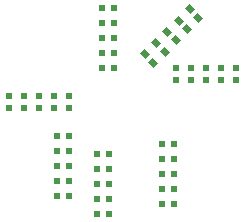
<source format=gbp>
G04*
G04 #@! TF.GenerationSoftware,Altium Limited,Altium Designer,21.2.2 (38)*
G04*
G04 Layer_Color=128*
%FSLAX25Y25*%
%MOIN*%
G70*
G04*
G04 #@! TF.SameCoordinates,52539C7D-95C9-4EB3-8E82-0DEE1B6B5610*
G04*
G04*
G04 #@! TF.FilePolarity,Positive*
G04*
G01*
G75*
%ADD20R,0.01968X0.02362*%
G04:AMPARAMS|DCode=21|XSize=19.68mil|YSize=23.62mil|CornerRadius=0mil|HoleSize=0mil|Usage=FLASHONLY|Rotation=45.000|XOffset=0mil|YOffset=0mil|HoleType=Round|Shape=Rectangle|*
%AMROTATEDRECTD21*
4,1,4,0.00139,-0.01531,-0.01531,0.00139,-0.00139,0.01531,0.01531,-0.00139,0.00139,-0.01531,0.0*
%
%ADD21ROTATEDRECTD21*%

%ADD95R,0.02362X0.01968*%
D20*
X223258Y312987D02*
D03*
Y308987D02*
D03*
X228258D02*
D03*
Y312987D02*
D03*
X289100Y318468D02*
D03*
Y322468D02*
D03*
X233258Y308987D02*
D03*
Y312987D02*
D03*
X284100Y318468D02*
D03*
Y322468D02*
D03*
X238258Y308987D02*
D03*
Y312987D02*
D03*
X279100Y318468D02*
D03*
Y322468D02*
D03*
X243258Y308987D02*
D03*
Y312987D02*
D03*
X294100Y318468D02*
D03*
Y322468D02*
D03*
X299100D02*
D03*
Y318468D02*
D03*
D21*
X283639Y341953D02*
D03*
X286467Y339125D02*
D03*
X282717Y335375D02*
D03*
X279889Y338203D02*
D03*
X278967Y331625D02*
D03*
X276138Y334453D02*
D03*
X275217Y327875D02*
D03*
X272389Y330703D02*
D03*
X271467Y324125D02*
D03*
X268638Y326953D02*
D03*
D95*
X252668Y273800D02*
D03*
X256668D02*
D03*
X254200Y342500D02*
D03*
X258200D02*
D03*
X274168Y277200D02*
D03*
X278169D02*
D03*
X256668Y278800D02*
D03*
X252668D02*
D03*
X258200Y337500D02*
D03*
X254200D02*
D03*
X278169Y282200D02*
D03*
X274168D02*
D03*
X256668Y283800D02*
D03*
X252668D02*
D03*
X258200Y332500D02*
D03*
X254200D02*
D03*
X278169Y287200D02*
D03*
X274168D02*
D03*
X256668Y288800D02*
D03*
X252668D02*
D03*
X258200Y327500D02*
D03*
X254200D02*
D03*
X278169Y292200D02*
D03*
X274168D02*
D03*
X256668Y293800D02*
D03*
X252668D02*
D03*
X258200Y322500D02*
D03*
X254200D02*
D03*
X278169Y297200D02*
D03*
X274168D02*
D03*
X239400Y299700D02*
D03*
X243400D02*
D03*
Y294700D02*
D03*
X239400D02*
D03*
Y289700D02*
D03*
X243400D02*
D03*
Y284700D02*
D03*
X239400D02*
D03*
Y279700D02*
D03*
X243400D02*
D03*
M02*

</source>
